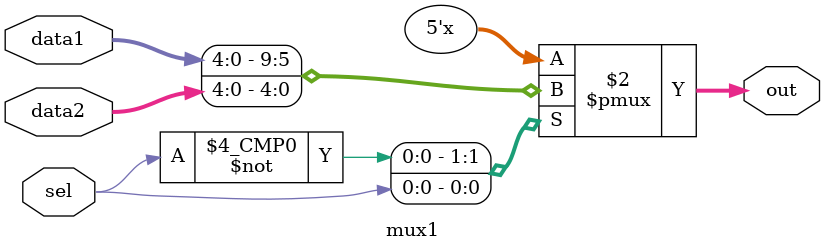
<source format=v>
module mux1(data1,data2,sel,out);
input [4:0] data1,data2;
input sel;
output reg [4:0] out;
// assign out=(sel==1'b0)?data1:data2;
// /*
always @ (*)begin//posedge  begin
    case(sel)
        0 : out = data1;
        1 : out = data2;
    endcase
    //$display("mux1\nd1, d2 = %b, %b\nout = %b", data1, data2, out);
end
// */
endmodule

</source>
